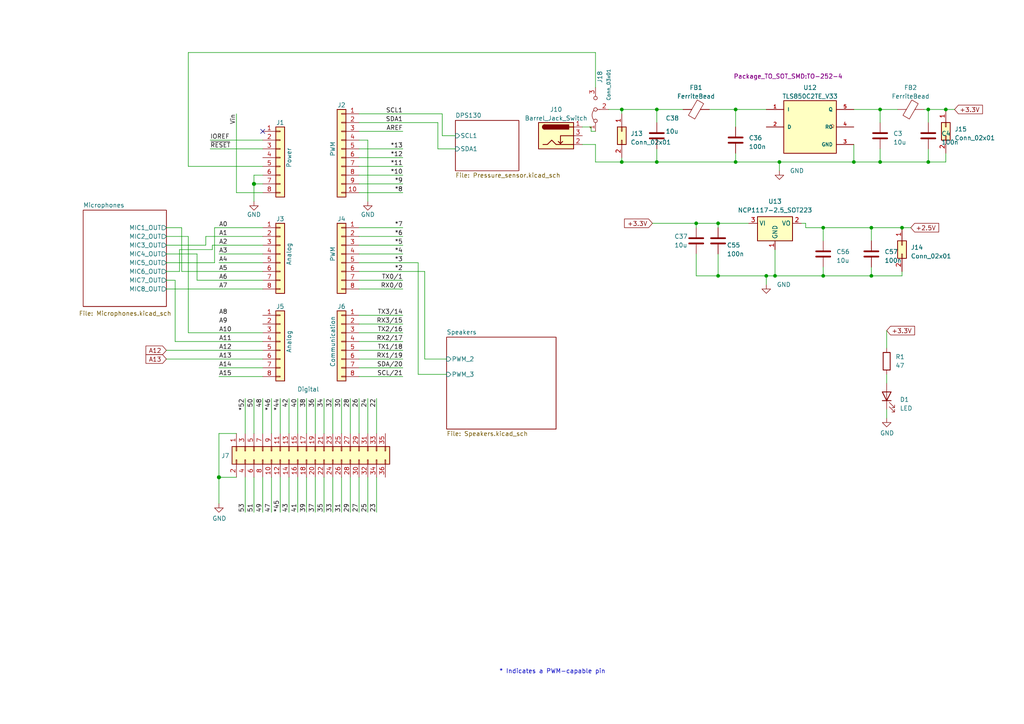
<source format=kicad_sch>
(kicad_sch (version 20230121) (generator eeschema)
  (paper "A4")
  (title_block (title "ArduinoGIGAR1_MicrophoneSpeakerBoard_SENSEDU_V1") (date "2024-08-05") (company "Infineon") (comment 1 "Author: Arshad Pattathil/Harald Gietler"))
  (lib_symbols
    (symbol "Connector:Barrel_Jack_Switch" (pin_names hide)
      (property "Reference" "J" (at 0 5.334 0))
      (property "Value" "Barrel_Jack_Switch" (at 0 -5.08 0))
      (symbol "Barrel_Jack_Switch_0_1"
        (rectangle (start -5.08 3.81) (end 5.08 -3.81) (stroke (width 0.254)) (fill (type background)))
        (arc (start -3.302 3.175) (mid -3.9343 2.54) (end -3.302 1.905) (stroke (width 0.254)))
        (arc (start -3.302 3.175) (mid -3.9343 2.54) (end -3.302 1.905) (stroke (width 0.254)) (fill (type outline)))
        (polyline (pts (xy 1.27 -2.286) (xy 1.905 -1.651)) (stroke (width 0.254)))
        (polyline (pts (xy 5.08 2.54) (xy 3.81 2.54)) (stroke (width 0.254)))
        (polyline (pts (xy 5.08 0) (xy 1.27 0) (xy 1.27 -2.286) (xy 0.635 -1.651)) (stroke (width 0.254)))
        (polyline (pts (xy -3.81 -2.54) (xy -2.54 -2.54) (xy -1.27 -1.27) (xy 0 -2.54) (xy 2.54 -2.54) (xy 5.08 -2.54)) (stroke (width 0.254)))
        (rectangle (start 3.683 3.175) (end -3.302 1.905) (stroke (width 0.254)) (fill (type outline)))
      )
      (symbol "Barrel_Jack_Switch_1_1"
        (pin passive line (at 7.62 2.54 180) (length 2.54) (name "~") (number "1"))
        (pin passive line (at 7.62 -2.54 180) (length 2.54) (name "~") (number "2"))
        (pin passive line (at 7.62 0 180) (length 2.54) (name "~") (number "3"))
      )
    )
    (symbol "Connector_Generic:Conn_01x08" (pin_names (offset 1.016) hide)
      (property "Reference" "J" (at 0 10.16 0))
      (property "Value" "Conn_01x08" (at 0 -12.7 0))
      (symbol "Conn_01x08_1_1"
        (rectangle (start -1.27 -10.033) (end 0 -10.287) (stroke (width 0.1524)))
        (rectangle (start -1.27 -7.493) (end 0 -7.747) (stroke (width 0.1524)))
        (rectangle (start -1.27 -4.953) (end 0 -5.207) (stroke (width 0.1524)))
        (rectangle (start -1.27 -2.413) (end 0 -2.667) (stroke (width 0.1524)))
        (rectangle (start -1.27 0.127) (end 0 -0.127) (stroke (width 0.1524)))
        (rectangle (start -1.27 2.667) (end 0 2.413) (stroke (width 0.1524)))
        (rectangle (start -1.27 5.207) (end 0 4.953) (stroke (width 0.1524)))
        (rectangle (start -1.27 7.747) (end 0 7.493) (stroke (width 0.1524)))
        (rectangle (start -1.27 8.89) (end 1.27 -11.43) (stroke (width 0.254)) (fill (type background)))
        (pin passive line (at -5.08 7.62 0) (length 3.81) (name "Pin_1") (number "1"))
        (pin passive line (at -5.08 5.08 0) (length 3.81) (name "Pin_2") (number "2"))
        (pin passive line (at -5.08 2.54 0) (length 3.81) (name "Pin_3") (number "3"))
        (pin passive line (at -5.08 0 0) (length 3.81) (name "Pin_4") (number "4"))
        (pin passive line (at -5.08 -2.54 0) (length 3.81) (name "Pin_5") (number "5"))
        (pin passive line (at -5.08 -5.08 0) (length 3.81) (name "Pin_6") (number "6"))
        (pin passive line (at -5.08 -7.62 0) (length 3.81) (name "Pin_7") (number "7"))
        (pin passive line (at -5.08 -10.16 0) (length 3.81) (name "Pin_8") (number "8"))
      )
    )
    (symbol "Connector_Generic:Conn_01x10" (pin_names (offset 1.016) hide)
      (property "Reference" "J" (at 0 12.7 0))
      (property "Value" "Conn_01x10" (at 0 -15.24 0))
      (symbol "Conn_01x10_1_1"
        (rectangle (start -1.27 -12.573) (end 0 -12.827) (stroke (width 0.1524)))
        (rectangle (start -1.27 -10.033) (end 0 -10.287) (stroke (width 0.1524)))
        (rectangle (start -1.27 -7.493) (end 0 -7.747) (stroke (width 0.1524)))
        (rectangle (start -1.27 -4.953) (end 0 -5.207) (stroke (width 0.1524)))
        (rectangle (start -1.27 -2.413) (end 0 -2.667) (stroke (width 0.1524)))
        (rectangle (start -1.27 0.127) (end 0 -0.127) (stroke (width 0.1524)))
        (rectangle (start -1.27 2.667) (end 0 2.413) (stroke (width 0.1524)))
        (rectangle (start -1.27 5.207) (end 0 4.953) (stroke (width 0.1524)))
        (rectangle (start -1.27 7.747) (end 0 7.493) (stroke (width 0.1524)))
        (rectangle (start -1.27 10.287) (end 0 10.033) (stroke (width 0.1524)))
        (rectangle (start -1.27 11.43) (end 1.27 -13.97) (stroke (width 0.254)) (fill (type background)))
        (pin passive line (at -5.08 10.16 0) (length 3.81) (name "Pin_1") (number "1"))
        (pin passive line (at -5.08 -12.7 0) (length 3.81) (name "Pin_10") (number "10"))
        (pin passive line (at -5.08 7.62 0) (length 3.81) (name "Pin_2") (number "2"))
        (pin passive line (at -5.08 5.08 0) (length 3.81) (name "Pin_3") (number "3"))
        (pin passive line (at -5.08 2.54 0) (length 3.81) (name "Pin_4") (number "4"))
        (pin passive line (at -5.08 0 0) (length 3.81) (name "Pin_5") (number "5"))
        (pin passive line (at -5.08 -2.54 0) (length 3.81) (name "Pin_6") (number "6"))
        (pin passive line (at -5.08 -5.08 0) (length 3.81) (name "Pin_7") (number "7"))
        (pin passive line (at -5.08 -7.62 0) (length 3.81) (name "Pin_8") (number "8"))
        (pin passive line (at -5.08 -10.16 0) (length 3.81) (name "Pin_9") (number "9"))
      )
    )
    (symbol "Connector_Generic:Conn_02x01" (pin_names (offset 1.016) hide)
      (property "Reference" "J" (at 1.27 2.54 0))
      (property "Value" "Conn_02x01" (at 1.27 -2.54 0))
      (symbol "Conn_02x01_1_1"
        (rectangle (start -1.27 0.127) (end 0 -0.127) (stroke (width 0.1524)))
        (rectangle (start -1.27 1.27) (end 3.81 -1.27) (stroke (width 0.254)) (fill (type background)))
        (rectangle (start 3.81 0.127) (end 2.54 -0.127) (stroke (width 0.1524)))
        (pin passive line (at -5.08 0 0) (length 3.81) (name "Pin_1") (number "1"))
        (pin passive line (at 7.62 0 180) (length 3.81) (name "Pin_2") (number "2"))
      )
    )
    (symbol "Connector_Generic:Conn_02x18_Odd_Even" (pin_names (offset 1.016) hide)
      (property "Reference" "J" (at 1.27 22.86 0))
      (property "Value" "Conn_02x18_Odd_Even" (at 1.27 -25.4 0))
      (symbol "Conn_02x18_Odd_Even_1_1"
        (rectangle (start -1.27 -22.733) (end 0 -22.987) (stroke (width 0.1524)))
        (rectangle (start -1.27 -20.193) (end 0 -20.447) (stroke (width 0.1524)))
        (rectangle (start -1.27 -17.653) (end 0 -17.907) (stroke (width 0.1524)))
        (rectangle (start -1.27 -15.113) (end 0 -15.367) (stroke (width 0.1524)))
        (rectangle (start -1.27 -12.573) (end 0 -12.827) (stroke (width 0.1524)))
        (rectangle (start -1.27 -10.033) (end 0 -10.287) (stroke (width 0.1524)))
        (rectangle (start -1.27 -7.493) (end 0 -7.747) (stroke (width 0.1524)))
        (rectangle (start -1.27 -4.953) (end 0 -5.207) (stroke (width 0.1524)))
        (rectangle (start -1.27 -2.413) (end 0 -2.667) (stroke (width 0.1524)))
        (rectangle (start -1.27 0.127) (end 0 -0.127) (stroke (width 0.1524)))
        (rectangle (start -1.27 2.667) (end 0 2.413) (stroke (width 0.1524)))
        (rectangle (start -1.27 5.207) (end 0 4.953) (stroke (width 0.1524)))
        (rectangle (start -1.27 7.747) (end 0 7.493) (stroke (width 0.1524)))
        (rectangle (start -1.27 10.287) (end 0 10.033) (stroke (width 0.1524)))
        (rectangle (start -1.27 12.827) (end 0 12.573) (stroke (width 0.1524)))
        (rectangle (start -1.27 15.367) (end 0 15.113) (stroke (width 0.1524)))
        (rectangle (start -1.27 17.907) (end 0 17.653) (stroke (width 0.1524)))
        (rectangle (start -1.27 20.447) (end 0 20.193) (stroke (width 0.1524)))
        (rectangle (start -1.27 21.59) (end 3.81 -24.13) (stroke (width 0.254)) (fill (type background)))
        (rectangle (start 3.81 -22.733) (end 2.54 -22.987) (stroke (width 0.1524)))
        (rectangle (start 3.81 -20.193) (end 2.54 -20.447) (stroke (width 0.1524)))
        (rectangle (start 3.81 -17.653) (end 2.54 -17.907) (stroke (width 0.1524)))
        (rectangle (start 3.81 -15.113) (end 2.54 -15.367) (stroke (width 0.1524)))
        (rectangle (start 3.81 -12.573) (end 2.54 -12.827) (stroke (width 0.1524)))
        (rectangle (start 3.81 -10.033) (end 2.54 -10.287) (stroke (width 0.1524)))
        (rectangle (start 3.81 -7.493) (end 2.54 -7.747) (stroke (width 0.1524)))
        (rectangle (start 3.81 -4.953) (end 2.54 -5.207) (stroke (width 0.1524)))
        (rectangle (start 3.81 -2.413) (end 2.54 -2.667) (stroke (width 0.1524)))
        (rectangle (start 3.81 0.127) (end 2.54 -0.127) (stroke (width 0.1524)))
        (rectangle (start 3.81 2.667) (end 2.54 2.413) (stroke (width 0.1524)))
        (rectangle (start 3.81 5.207) (end 2.54 4.953) (stroke (width 0.1524)))
        (rectangle (start 3.81 7.747) (end 2.54 7.493) (stroke (width 0.1524)))
        (rectangle (start 3.81 10.287) (end 2.54 10.033) (stroke (width 0.1524)))
        (rectangle (start 3.81 12.827) (end 2.54 12.573) (stroke (width 0.1524)))
        (rectangle (start 3.81 15.367) (end 2.54 15.113) (stroke (width 0.1524)))
        (rectangle (start 3.81 17.907) (end 2.54 17.653) (stroke (width 0.1524)))
        (rectangle (start 3.81 20.447) (end 2.54 20.193) (stroke (width 0.1524)))
        (pin passive line (at -5.08 20.32 0) (length 3.81) (name "Pin_1") (number "1"))
        (pin passive line (at 7.62 10.16 180) (length 3.81) (name "Pin_10") (number "10"))
        (pin passive line (at -5.08 7.62 0) (length 3.81) (name "Pin_11") (number "11"))
        (pin passive line (at 7.62 7.62 180) (length 3.81) (name "Pin_12") (number "12"))
        (pin passive line (at -5.08 5.08 0) (length 3.81) (name "Pin_13") (number "13"))
        (pin passive line (at 7.62 5.08 180) (length 3.81) (name "Pin_14") (number "14"))
        (pin passive line (at -5.08 2.54 0) (length 3.81) (name "Pin_15") (number "15"))
        (pin passive line (at 7.62 2.54 180) (length 3.81) (name "Pin_16") (number "16"))
        (pin passive line (at -5.08 0 0) (length 3.81) (name "Pin_17") (number "17"))
        (pin passive line (at 7.62 0 180) (length 3.81) (name "Pin_18") (number "18"))
        (pin passive line (at -5.08 -2.54 0) (length 3.81) (name "Pin_19") (number "19"))
        (pin passive line (at 7.62 20.32 180) (length 3.81) (name "Pin_2") (number "2"))
        (pin passive line (at 7.62 -2.54 180) (length 3.81) (name "Pin_20") (number "20"))
        (pin passive line (at -5.08 -5.08 0) (length 3.81) (name "Pin_21") (number "21"))
        (pin passive line (at 7.62 -5.08 180) (length 3.81) (name "Pin_22") (number "22"))
        (pin passive line (at -5.08 -7.62 0) (length 3.81) (name "Pin_23") (number "23"))
        (pin passive line (at 7.62 -7.62 180) (length 3.81) (name "Pin_24") (number "24"))
        (pin passive line (at -5.08 -10.16 0) (length 3.81) (name "Pin_25") (number "25"))
        (pin passive line (at 7.62 -10.16 180) (length 3.81) (name "Pin_26") (number "26"))
        (pin passive line (at -5.08 -12.7 0) (length 3.81) (name "Pin_27") (number "27"))
        (pin passive line (at 7.62 -12.7 180) (length 3.81) (name "Pin_28") (number "28"))
        (pin passive line (at -5.08 -15.24 0) (length 3.81) (name "Pin_29") (number "29"))
        (pin passive line (at -5.08 17.78 0) (length 3.81) (name "Pin_3") (number "3"))
        (pin passive line (at 7.62 -15.24 180) (length 3.81) (name "Pin_30") (number "30"))
        (pin passive line (at -5.08 -17.78 0) (length 3.81) (name "Pin_31") (number "31"))
        (pin passive line (at 7.62 -17.78 180) (length 3.81) (name "Pin_32") (number "32"))
        (pin passive line (at -5.08 -20.32 0) (length 3.81) (name "Pin_33") (number "33"))
        (pin passive line (at 7.62 -20.32 180) (length 3.81) (name "Pin_34") (number "34"))
        (pin passive line (at -5.08 -22.86 0) (length 3.81) (name "Pin_35") (number "35"))
        (pin passive line (at 7.62 -22.86 180) (length 3.81) (name "Pin_36") (number "36"))
        (pin passive line (at 7.62 17.78 180) (length 3.81) (name "Pin_4") (number "4"))
        (pin passive line (at -5.08 15.24 0) (length 3.81) (name "Pin_5") (number "5"))
        (pin passive line (at 7.62 15.24 180) (length 3.81) (name "Pin_6") (number "6"))
        (pin passive line (at -5.08 12.7 0) (length 3.81) (name "Pin_7") (number "7"))
        (pin passive line (at 7.62 12.7 180) (length 3.81) (name "Pin_8") (number "8"))
        (pin passive line (at -5.08 10.16 0) (length 3.81) (name "Pin_9") (number "9"))
      )
    )
    (symbol "Device:C" (pin_numbers hide) (pin_names (offset 0.254))
      (property "Reference" "C" (at 0.635 2.54 0))
      (property "Value" "C" (at 0.635 -2.54 0))
      (symbol "C_0_1"
        (polyline (pts (xy -2.032 -0.762) (xy 2.032 -0.762)) (stroke (width 0.508)))
        (polyline (pts (xy -2.032 0.762) (xy 2.032 0.762)) (stroke (width 0.508)))
      )
      (symbol "C_1_1"
        (pin passive line (at 0 3.81 270) (length 2.794) (name "~") (number "1"))
        (pin passive line (at 0 -3.81 90) (length 2.794) (name "~") (number "2"))
      )
    )
    (symbol "Device:FerriteBead" (pin_numbers hide) (pin_names (offset 0))
      (property "Reference" "FB" (at -3.81 0.635 90))
      (property "Value" "FerriteBead" (at 3.81 0 90))
      (symbol "FerriteBead_0_1"
        (polyline (pts (xy 0 -1.27) (xy 0 -1.2192)))
        (polyline (pts (xy 0 1.27) (xy 0 1.2954)))
        (polyline (pts (xy -2.7686 0.4064) (xy -1.7018 2.2606) (xy 2.7686 -0.3048) (xy 1.6764 -2.159) (xy -2.7686 0.4064)))
      )
      (symbol "FerriteBead_1_1"
        (pin passive line (at 0 3.81 270) (length 2.54) (name "~") (number "1"))
        (pin passive line (at 0 -3.81 90) (length 2.54) (name "~") (number "2"))
      )
    )
    (symbol "Device:LED" (pin_numbers hide) (pin_names (offset 1.016) hide)
      (property "Reference" "D" (at 0 2.54 0))
      (property "Value" "LED" (at 0 -2.54 0))
      (symbol "LED_0_1"
        (polyline (pts (xy -1.27 -1.27) (xy -1.27 1.27)) (stroke (width 0.254)))
        (polyline (pts (xy -1.27 0) (xy 1.27 0)))
        (polyline (pts (xy 1.27 -1.27) (xy 1.27 1.27) (xy -1.27 0) (xy 1.27 -1.27)) (stroke (width 0.254)))
        (polyline (pts (xy -3.048 -0.762) (xy -4.572 -2.286) (xy -3.81 -2.286) (xy -4.572 -2.286) (xy -4.572 -1.524)))
        (polyline (pts (xy -1.778 -0.762) (xy -3.302 -2.286) (xy -2.54 -2.286) (xy -3.302 -2.286) (xy -3.302 -1.524)))
      )
      (symbol "LED_1_1"
        (pin passive line (at -3.81 0 0) (length 2.54) (name "K") (number "1"))
        (pin passive line (at 3.81 0 180) (length 2.54) (name "A") (number "2"))
      )
    )
    (symbol "Device:R" (pin_numbers hide) (pin_names (offset 0))
      (property "Reference" "R" (at 2.032 0 90))
      (property "Value" "R" (at 0 0 90))
      (symbol "R_0_1"
        (rectangle (start -1.016 -2.54) (end 1.016 2.54) (stroke (width 0.254)))
      )
      (symbol "R_1_1"
        (pin passive line (at 0 3.81 270) (length 1.27) (name "~") (number "1"))
        (pin passive line (at 0 -3.81 90) (length 1.27) (name "~") (number "2"))
      )
    )
    (symbol "Jumper:Jumper_3_Bridged12" (pin_names (offset 0) hide)
      (property "Reference" "JP" (at -2.54 -2.54 0))
      (property "Value" "Jumper_3_Bridged12" (at 0 2.794 0))
      (symbol "Jumper_3_Bridged12_0_0"
        (circle (center -3.302 0) (radius 0.508))
        (circle (center 0 0) (radius 0.508))
        (circle (center 3.302 0) (radius 0.508))
      )
      (symbol "Jumper_3_Bridged12_0_1"
        (arc (start -0.254 0.508) (mid -1.651 0.9912) (end -3.048 0.508))
        (polyline (pts (xy 0 -1.27) (xy 0 -0.508)))
      )
      (symbol "Jumper_3_Bridged12_1_1"
        (pin passive line (at -6.35 0 0) (length 2.54) (name "A") (number "1"))
        (pin passive line (at 0 -3.81 90) (length 2.54) (name "C") (number "2"))
        (pin passive line (at 6.35 0 180) (length 2.54) (name "B") (number "3"))
      )
    )
    (symbol "Regulator_Linear:NCP1117-2.5_SOT223"
      (property "Reference" "U" (at -3.81 3.175 0))
      (property "Value" "NCP1117-2.5_SOT223" (at 0 3.175 0))
      (symbol "NCP1117-2.5_SOT223_0_1"
        (rectangle (start -5.08 -5.08) (end 5.08 1.905) (stroke (width 0.254)) (fill (type background)))
      )
      (symbol "NCP1117-2.5_SOT223_1_1"
        (pin power_in line (at 0 -7.62 90) (length 2.54) (name "GND") (number "1"))
        (pin power_out line (at 7.62 0 180) (length 2.54) (name "VO") (number "2"))
        (pin power_in line (at -7.62 0 0) (length 2.54) (name "VI") (number "3"))
      )
    )
    (symbol "TLS850C2TE_V50:TLS850C2TE_V50" (pin_names (offset 1.016))
      (property "Reference" "U?" (at 0 0 0))
      (property "Value" "TLS850C2TE_V50" (at -0.2 -18.82 0))
      (symbol "TLS850C2TE_V50_0_0"
        (rectangle (start 0 -15.24) (end 15.24 0) (stroke (width 0.254)) (fill (type background)))
        (polyline (pts (xy 13.6 -7.8) (xy 14.6 -7.8)) (stroke (width 0.1)))
        (polyline (pts (xy 13.6 -7.3) (xy 14.1 -7.8)) (stroke (width 0.1)))
        (polyline (pts (xy 14.1 -7.8) (xy 14.6 -7.3)) (stroke (width 0.1)))
        (polyline (pts (xy 14.1 -6.8) (xy 13.6 -7.3)) (stroke (width 0.1)))
        (polyline (pts (xy 14.6 -7.3) (xy 14.1 -6.8)) (stroke (width 0.1)))
        (pin input line (at -5.08 -2.54 0) (length 5.08) (name "I") (number "1"))
        (pin input line (at -5.08 -7.62 0) (length 5.08) (name "D") (number "2"))
        (pin power_in line (at 20.32 -12.7 180) (length 5.08) (name "GND") (number "3"))
        (pin open_collector line (at 20.32 -7.62 180) (length 5.08) (name "RO") (number "4"))
        (pin output line (at 20.32 -2.54 180) (length 5.08) (name "Q") (number "5"))
      )
    )
    (symbol "power:GND" (power) (pin_names (offset 0))
      (property "Value" "GND" (at 0 -3.81 0))
      (symbol "GND_0_1"
        (polyline (pts (xy 0 0) (xy 0 -1.27) (xy 1.27 -1.27) (xy 0 -2.54) (xy -1.27 -1.27) (xy 0 -1.27)))
      )
      (symbol "GND_1_1"
        (pin power_in line (at 0 0 270) (length 0) hide (name "GND") (number "1"))
      )
    )
  )
  (junction (at 269.24 46.99))
  (junction (at 63.5 138.43) (diameter 1.016))
  (junction (at 269.24 31.75))
  (junction (at 180.34 46.99))
  (junction (at 255.27 46.99))
  (junction (at 238.76 80.01))
  (junction (at 274.32 31.75))
  (junction (at 252.73 80.01))
  (junction (at 73.66 53.34) (diameter 1.016))
  (junction (at 190.5 46.99))
  (junction (at 226.06 46.99))
  (junction (at 180.34 31.75))
  (junction (at 213.36 31.75))
  (junction (at 208.28 64.77))
  (junction (at 208.28 80.01))
  (junction (at 247.65 46.99))
  (junction (at 255.27 31.75))
  (junction (at 222.25 80.01))
  (junction (at 213.36 46.99))
  (junction (at 190.5 31.75))
  (junction (at 261.62 66.04))
  (junction (at 201.93 64.77))
  (junction (at 252.73 66.04))
  (junction (at 238.76 66.04))
  (junction (at 224.79 80.01))
  (no_connect (at 76.2 38.1))
  (wire (pts (xy 104.14 83.82) (xy 116.84 83.82)))
  (wire (pts (xy 255.27 46.99) (xy 269.24 46.99)))
  (wire (pts (xy 180.34 45.72) (xy 180.34 46.99)))
  (wire (pts (xy 189.23 64.77) (xy 201.93 64.77)))
  (wire (pts (xy 104.14 50.8) (xy 116.84 50.8)))
  (wire (pts (xy 121.285 108.585) (xy 121.285 76.2)))
  (wire (pts (xy 213.36 46.99) (xy 226.06 46.99)))
  (wire (pts (xy 172.72 15.24) (xy 172.72 25.4)))
  (wire (pts (xy 104.14 55.88) (xy 116.84 55.88)))
  (wire (pts (xy 86.36 115.57) (xy 86.36 125.73)))
  (wire (pts (xy 252.73 66.04) (xy 261.62 66.04)))
  (wire (pts (xy 104.14 33.02) (xy 128.27 33.02)))
  (wire (pts (xy 88.9 115.57) (xy 88.9 125.73)))
  (wire (pts (xy 132.08 43.18) (xy 127 43.18)))
  (wire (pts (xy 50.8 81.28) (xy 50.8 99.06)))
  (wire (pts (xy 205.74 31.75) (xy 213.36 31.75)))
  (wire (pts (xy 68.58 125.73) (xy 63.5 125.73)))
  (wire (pts (xy 208.28 64.77) (xy 217.17 64.77)))
  (wire (pts (xy 190.5 31.75) (xy 198.12 31.75)))
  (wire (pts (xy 104.14 96.52) (xy 116.84 96.52)))
  (wire (pts (xy 73.66 50.8) (xy 73.66 53.34)))
  (wire (pts (xy 59.69 68.58) (xy 76.2 68.58)))
  (wire (pts (xy 91.44 138.43) (xy 91.44 148.59)))
  (wire (pts (xy 128.27 39.37) (xy 128.27 33.02)))
  (wire (pts (xy 96.52 115.57) (xy 96.52 125.73)))
  (wire (pts (xy 48.26 73.66) (xy 57.15 73.66)))
  (wire (pts (xy 104.14 106.68) (xy 116.84 106.68)))
  (wire (pts (xy 73.66 115.57) (xy 73.66 125.73)))
  (wire (pts (xy 109.22 115.57) (xy 109.22 125.73)))
  (wire (pts (xy 190.5 31.75) (xy 190.5 35.56)))
  (wire (pts (xy 129.54 108.585) (xy 121.285 108.585)))
  (wire (pts (xy 73.66 53.34) (xy 73.66 58.42)))
  (wire (pts (xy 247.65 41.91) (xy 247.65 46.99)))
  (wire (pts (xy 104.14 138.43) (xy 104.14 148.59)))
  (wire (pts (xy 176.53 31.75) (xy 180.34 31.75)))
  (wire (pts (xy 52.705 78.74) (xy 76.2 78.74)))
  (wire (pts (xy 83.82 115.57) (xy 83.82 125.73)))
  (wire (pts (xy 252.73 77.47) (xy 252.73 80.01)))
  (wire (pts (xy 233.68 66.04) (xy 238.76 66.04)))
  (wire (pts (xy 93.98 138.43) (xy 93.98 148.59)))
  (wire (pts (xy 54.61 68.58) (xy 54.61 96.52)))
  (wire (pts (xy 63.5 109.22) (xy 76.2 109.22)))
  (wire (pts (xy 224.79 80.01) (xy 238.76 80.01)))
  (wire (pts (xy 78.74 138.43) (xy 78.74 148.59)))
  (wire (pts (xy 101.6 138.43) (xy 101.6 148.59)))
  (wire (pts (xy 48.26 71.12) (xy 59.69 71.12)))
  (wire (pts (xy 190.5 43.18) (xy 190.5 46.99)))
  (wire (pts (xy 208.28 80.01) (xy 222.25 80.01)))
  (wire (pts (xy 59.69 71.12) (xy 59.69 68.58)))
  (wire (pts (xy 61.595 71.12) (xy 76.2 71.12)))
  (wire (pts (xy 104.14 43.18) (xy 116.84 43.18)))
  (wire (pts (xy 213.36 46.99) (xy 213.36 44.45)))
  (wire (pts (xy 104.14 66.04) (xy 116.84 66.04)))
  (wire (pts (xy 168.91 36.83) (xy 171.45 36.83)))
  (wire (pts (xy 104.14 45.72) (xy 116.84 45.72)))
  (wire (pts (xy 127 43.18) (xy 127 35.56)))
  (wire (pts (xy 261.62 78.74) (xy 261.62 80.01)))
  (wire (pts (xy 247.65 46.99) (xy 255.27 46.99)))
  (wire (pts (xy 104.14 68.58) (xy 116.84 68.58)))
  (wire (pts (xy 104.14 104.14) (xy 116.84 104.14)))
  (wire (pts (xy 255.27 43.18) (xy 255.27 46.99)))
  (wire (pts (xy 104.14 76.2) (xy 121.285 76.2)))
  (wire (pts (xy 269.24 43.18) (xy 269.24 46.99)))
  (wire (pts (xy 269.24 46.99) (xy 274.32 46.99)))
  (wire (pts (xy 93.98 115.57) (xy 93.98 125.73)))
  (wire (pts (xy 63.5 125.73) (xy 63.5 138.43)))
  (wire (pts (xy 63.5 76.2) (xy 76.2 76.2)))
  (wire (pts (xy 62.23 76.2) (xy 62.23 66.04)))
  (wire (pts (xy 78.74 115.57) (xy 78.74 125.73)))
  (wire (pts (xy 68.58 138.43) (xy 63.5 138.43)))
  (wire (pts (xy 257.175 118.745) (xy 257.175 121.285)))
  (wire (pts (xy 261.62 66.04) (xy 264.16 66.04)))
  (wire (pts (xy 171.45 36.83) (xy 171.45 38.1)))
  (wire (pts (xy 101.6 115.57) (xy 101.6 125.73)))
  (wire (pts (xy 255.27 31.75) (xy 260.35 31.75)))
  (wire (pts (xy 123.19 78.74) (xy 104.14 78.74)))
  (wire (pts (xy 99.06 115.57) (xy 99.06 125.73)))
  (wire (pts (xy 257.175 108.585) (xy 257.175 111.125)))
  (wire (pts (xy 81.28 138.43) (xy 81.28 148.59)))
  (wire (pts (xy 99.06 138.43) (xy 99.06 148.59)))
  (wire (pts (xy 76.2 138.43) (xy 76.2 148.59)))
  (wire (pts (xy 106.68 115.57) (xy 106.68 125.73)))
  (wire (pts (xy 213.36 31.75) (xy 222.25 31.75)))
  (wire (pts (xy 201.93 73.66) (xy 201.93 80.01)))
  (wire (pts (xy 86.36 138.43) (xy 86.36 148.59)))
  (wire (pts (xy 257.175 95.885) (xy 257.175 100.965)))
  (wire (pts (xy 104.14 71.12) (xy 116.84 71.12)))
  (wire (pts (xy 81.28 115.57) (xy 81.28 125.73)))
  (wire (pts (xy 224.79 72.39) (xy 224.79 80.01)))
  (wire (pts (xy 60.96 40.64) (xy 76.2 40.64)))
  (wire (pts (xy 48.26 76.2) (xy 62.23 76.2)))
  (wire (pts (xy 57.15 81.28) (xy 76.2 81.28)))
  (wire (pts (xy 208.28 73.66) (xy 208.28 80.01)))
  (wire (pts (xy 48.26 78.74) (xy 52.07 78.74)))
  (wire (pts (xy 180.34 31.75) (xy 190.5 31.75)))
  (wire (pts (xy 208.28 64.77) (xy 208.28 66.04)))
  (wire (pts (xy 104.14 93.98) (xy 116.84 93.98)))
  (wire (pts (xy 63.5 73.66) (xy 76.2 73.66)))
  (wire (pts (xy 106.68 40.64) (xy 106.68 58.42)))
  (wire (pts (xy 222.25 80.01) (xy 222.25 82.55)))
  (wire (pts (xy 104.14 38.1) (xy 116.84 38.1)))
  (wire (pts (xy 104.14 101.6) (xy 116.84 101.6)))
  (wire (pts (xy 180.34 46.99) (xy 190.5 46.99)))
  (wire (pts (xy 233.68 64.77) (xy 233.68 66.04)))
  (wire (pts (xy 63.5 106.68) (xy 76.2 106.68)))
  (wire (pts (xy 60.96 43.18) (xy 76.2 43.18)))
  (wire (pts (xy 201.93 64.77) (xy 201.93 66.04)))
  (wire (pts (xy 247.65 31.75) (xy 255.27 31.75)))
  (wire (pts (xy 104.14 91.44) (xy 116.84 91.44)))
  (wire (pts (xy 52.07 72.39) (xy 61.595 72.39)))
  (wire (pts (xy 52.705 66.04) (xy 52.705 78.74)))
  (wire (pts (xy 76.2 53.34) (xy 73.66 53.34)))
  (wire (pts (xy 238.76 80.01) (xy 252.73 80.01)))
  (wire (pts (xy 123.19 104.14) (xy 123.19 78.74)))
  (wire (pts (xy 232.41 64.77) (xy 233.68 64.77)))
  (wire (pts (xy 274.32 44.45) (xy 274.32 46.99)))
  (wire (pts (xy 48.26 101.6) (xy 76.2 101.6)))
  (wire (pts (xy 267.97 31.75) (xy 269.24 31.75)))
  (wire (pts (xy 48.26 81.28) (xy 50.8 81.28)))
  (wire (pts (xy 76.2 55.88) (xy 68.58 55.88)))
  (wire (pts (xy 71.12 115.57) (xy 71.12 125.73)))
  (wire (pts (xy 50.8 99.06) (xy 76.2 99.06)))
  (wire (pts (xy 61.595 72.39) (xy 61.595 71.12)))
  (wire (pts (xy 73.66 138.43) (xy 73.66 148.59)))
  (wire (pts (xy 269.24 31.75) (xy 274.32 31.75)))
  (wire (pts (xy 252.73 80.01) (xy 261.62 80.01)))
  (wire (pts (xy 48.26 68.58) (xy 54.61 68.58)))
  (wire (pts (xy 96.52 138.43) (xy 96.52 148.59)))
  (wire (pts (xy 252.73 66.04) (xy 252.73 69.85)))
  (wire (pts (xy 62.23 66.04) (xy 76.2 66.04)))
  (wire (pts (xy 71.12 138.43) (xy 71.12 148.59)))
  (wire (pts (xy 104.14 99.06) (xy 116.84 99.06)))
  (wire (pts (xy 104.14 40.64) (xy 106.68 40.64)))
  (wire (pts (xy 88.9 138.43) (xy 88.9 148.59)))
  (wire (pts (xy 104.14 53.34) (xy 116.84 53.34)))
  (wire (pts (xy 172.72 41.91) (xy 172.72 46.99)))
  (wire (pts (xy 76.2 50.8) (xy 73.66 50.8)))
  (wire (pts (xy 54.61 48.26) (xy 76.2 48.26)))
  (wire (pts (xy 48.26 104.14) (xy 76.2 104.14)))
  (wire (pts (xy 132.08 39.37) (xy 128.27 39.37)))
  (wire (pts (xy 54.61 96.52) (xy 76.2 96.52)))
  (wire (pts (xy 104.14 115.57) (xy 104.14 125.73)))
  (wire (pts (xy 104.14 73.66) (xy 116.84 73.66)))
  (wire (pts (xy 91.44 115.57) (xy 91.44 125.73)))
  (wire (pts (xy 168.91 41.91) (xy 172.72 41.91)))
  (wire (pts (xy 213.36 31.75) (xy 213.36 36.83)))
  (wire (pts (xy 226.06 46.99) (xy 226.06 49.53)))
  (wire (pts (xy 48.26 66.04) (xy 52.705 66.04)))
  (wire (pts (xy 238.76 77.47) (xy 238.76 80.01)))
  (wire (pts (xy 54.61 15.24) (xy 54.61 48.26)))
  (wire (pts (xy 226.06 46.99) (xy 247.65 46.99)))
  (wire (pts (xy 57.15 73.66) (xy 57.15 81.28)))
  (wire (pts (xy 76.2 115.57) (xy 76.2 125.73)))
  (wire (pts (xy 104.14 48.26) (xy 116.84 48.26)))
  (wire (pts (xy 222.25 80.01) (xy 224.79 80.01)))
  (wire (pts (xy 54.61 15.24) (xy 172.72 15.24)))
  (wire (pts (xy 48.26 83.82) (xy 76.2 83.82)))
  (wire (pts (xy 109.22 138.43) (xy 109.22 148.59)))
  (wire (pts (xy 104.14 35.56) (xy 127 35.56)))
  (wire (pts (xy 106.68 138.43) (xy 106.68 148.59)))
  (wire (pts (xy 123.19 104.14) (xy 129.54 104.14)))
  (wire (pts (xy 269.24 31.75) (xy 269.24 35.56)))
  (wire (pts (xy 104.14 109.22) (xy 116.84 109.22)))
  (wire (pts (xy 238.76 66.04) (xy 238.76 69.85)))
  (wire (pts (xy 190.5 46.99) (xy 213.36 46.99)))
  (wire (pts (xy 255.27 31.75) (xy 255.27 35.56)))
  (wire (pts (xy 201.93 64.77) (xy 208.28 64.77)))
  (wire (pts (xy 172.72 46.99) (xy 180.34 46.99)))
  (wire (pts (xy 52.07 78.74) (xy 52.07 72.39)))
  (wire (pts (xy 201.93 80.01) (xy 208.28 80.01)))
  (wire (pts (xy 83.82 138.43) (xy 83.82 148.59)))
  (wire (pts (xy 104.14 81.28) (xy 116.84 81.28)))
  (wire (pts (xy 68.58 55.88) (xy 68.58 33.02)))
  (wire (pts (xy 63.5 138.43) (xy 63.5 146.05)))
  (wire (pts (xy 274.32 31.75) (xy 276.86 31.75)))
  (wire (pts (xy 180.34 31.75) (xy 180.34 33.02)))
  (wire (pts (xy 171.45 38.1) (xy 172.72 38.1)))
  (wire (pts (xy 238.76 66.04) (xy 252.73 66.04)))
  (text "* Indicates a PWM-capable pin" (at 144.78 195.58 0) (effects (font (size 1.27 1.27)) (justify left bottom)))
  (label "A10" (at 63.5 96.52 0))
  (label "RX0{slash}0" (at 116.84 83.82 180))
  (label "A15" (at 63.5 109.22 0))
  (label "A2" (at 63.5 71.12 0))
  (label "RX2{slash}17" (at 116.84 99.06 180))
  (label "*4" (at 116.84 73.66 180))
  (label "SDA{slash}20" (at 116.84 106.68 180))
  (label "26" (at 104.14 115.57 270))
  (label "31" (at 99.06 148.59 90))
  (label "22" (at 109.22 115.57 270))
  (label "33" (at 96.52 148.59 90))
  (label "36" (at 91.44 115.57 270))
  (label "*2" (at 116.84 78.74 180))
  (label "TX1{slash}18" (at 116.84 101.6 180))
  (label "*44" (at 81.28 115.57 270))
  (label "A3" (at 63.5 73.66 0))
  (label "*13" (at 116.84 43.18 180))
  (label "A12" (at 63.5 101.6 0))
  (label "*52" (at 71.12 115.57 270))
  (label "*12" (at 116.84 45.72 180))
  (label "40" (at 86.36 115.57 270))
  (label "~{RESET}" (at 60.96 43.18 0))
  (label "35" (at 93.98 148.59 90))
  (label "*10" (at 116.84 50.8 180))
  (label "28" (at 101.6 115.57 270))
  (label "23" (at 109.22 148.59 90))
  (label "29" (at 101.6 148.59 90))
  (label "A13" (at 63.5 104.14 0))
  (label "41" (at 86.36 148.59 90))
  (label "30" (at 99.06 115.57 270))
  (label "47" (at 78.74 148.59 90))
  (label "34" (at 93.98 115.57 270))
  (label "*45" (at 81.28 148.59 90))
  (label "38" (at 88.9 115.57 270))
  (label "51" (at 73.66 148.59 90))
  (label "*7" (at 116.84 66.04 180))
  (label "SDA1" (at 116.84 35.56 180))
  (label "*8" (at 116.84 55.88 180))
  (label "A9" (at 63.5 93.98 0))
  (label "*11" (at 116.84 48.26 180))
  (label "*3" (at 116.84 76.2 180))
  (label "A6" (at 63.5 81.28 0))
  (label "42" (at 83.82 115.57 270))
  (label "A1" (at 63.5 68.58 0))
  (label "53" (at 71.12 148.59 90))
  (label "TX0{slash}1" (at 116.84 81.28 180))
  (label "24" (at 106.68 115.57 270))
  (label "RX1{slash}19" (at 116.84 104.14 180))
  (label "A0" (at 63.5 66.04 0))
  (label "AREF" (at 116.84 38.1 180))
  (label "A14" (at 63.5 106.68 0))
  (label "39" (at 88.9 148.59 90))
  (label "A8" (at 63.5 91.44 0))
  (label "Vin" (at 68.58 33.02 270))
  (label "27" (at 104.14 148.59 90))
  (label "37" (at 91.44 148.59 90))
  (label "25" (at 106.68 148.59 90))
  (label "*6" (at 116.84 68.58 180))
  (label "*46" (at 78.74 115.57 270))
  (label "SCL1" (at 116.84 33.02 180))
  (label "*9" (at 116.84 53.34 180))
  (label "50" (at 73.66 115.57 270))
  (label "TX2{slash}16" (at 116.84 96.52 180))
  (label "*5" (at 116.84 71.12 180))
  (label "IOREF" (at 60.96 40.64 0))
  (label "A7" (at 63.5 83.82 0))
  (label "A11" (at 63.5 99.06 0))
  (label "A4" (at 63.5 76.2 0))
  (label "49" (at 76.2 148.59 90))
  (label "A5" (at 63.5 78.74 0))
  (label "RX3{slash}15" (at 116.84 93.98 180))
  (label "TX3{slash}14" (at 116.84 91.44 180))
  (label "32" (at 96.52 115.57 270))
  (label "43" (at 83.82 148.59 90))
  (label "SCL{slash}21" (at 116.84 109.22 180))
  (label "48" (at 76.2 115.57 270))
  (global_label "A13" (shape input) (at 48.26 104.14 180) (property "Intersheetrefs" "${INTERSHEET_REFS}" (effects hide)))
  (global_label "+2.5V" (shape input) (at 264.16 66.04 0) (property "Intersheetrefs" "${INTERSHEET_REFS}" (effects hide)))
  (global_label "+3.3V" (shape input) (at 276.86 31.75 0) (property "Intersheetrefs" "${INTERSHEET_REFS}" (effects hide)))
  (global_label "+3.3V" (shape input) (at 189.23 64.77 180) (property "Intersheetrefs" "${INTERSHEET_REFS}" (effects hide)))
  (global_label "+3.3V" (shape input) (at 257.175 95.885 0) (property "Intersheetrefs" "${INTERSHEET_REFS}" (effects hide)))
  (global_label "A12" (shape input) (at 48.26 101.6 180) (property "Intersheetrefs" "${INTERSHEET_REFS}" (effects hide)))
  (symbol (lib_id "Connector_Generic:Conn_01x08") (at 81.28 45.72 0) (unit 1)
    (property "Reference" "J1" (at 81.28 35.56 0))
    (property "Value" "Power" (at 83.82 45.72 90))
    (property "Footprint" "Connector_PinSocket_2.54mm:PinSocket_1x08_P2.54mm_Vertical" (effects hide))
  )
  (symbol (lib_id "power:GND") (at 73.66 58.42 0) (unit 1)
    (property "Reference" "#PWR02" (effects hide))
    (property "Value" "GND" (at 73.66 62.23 0))
  )
  (symbol (lib_id "Connector_Generic:Conn_01x10") (at 99.06 43.18 0) (mirror y) (unit 1)
    (property "Reference" "J2" (at 99.06 30.48 0))
    (property "Value" "PWM" (at 96.52 43.18 90))
    (property "Footprint" "Connector_PinSocket_2.54mm:PinSocket_1x10_P2.54mm_Vertical" (effects hide))
  )
  (symbol (lib_id "power:GND") (at 106.68 58.42 0) (unit 1)
    (property "Reference" "#PWR03" (effects hide))
    (property "Value" "GND" (at 106.68 62.23 0))
  )
  (symbol (lib_id "Connector_Generic:Conn_01x08") (at 81.28 73.66 0) (unit 1)
    (property "Reference" "J3" (at 81.28 63.5 0))
    (property "Value" "Analog" (at 83.82 73.66 90))
    (property "Footprint" "Connector_PinSocket_2.54mm:PinSocket_1x08_P2.54mm_Vertical" (effects hide))
  )
  (symbol (lib_id "Connector_Generic:Conn_01x08") (at 99.06 73.66 0) (mirror y) (unit 1)
    (property "Reference" "J4" (at 99.06 63.5 0))
    (property "Value" "PWM" (at 96.52 73.66 90))
    (property "Footprint" "Connector_PinSocket_2.54mm:PinSocket_1x08_P2.54mm_Vertical" (effects hide))
  )
  (symbol (lib_id "Connector_Generic:Conn_01x08") (at 81.28 99.06 0) (unit 1)
    (property "Reference" "J5" (at 81.28 88.9 0))
    (property "Value" "Analog" (at 83.82 99.06 90))
    (property "Footprint" "Connector_PinSocket_2.54mm:PinSocket_1x08_P2.54mm_Vertical" (effects hide))
  )
  (symbol (lib_id "Connector_Generic:Conn_01x08") (at 99.06 99.06 0) (mirror y) (unit 1)
    (property "Reference" "J6" (at 99.06 88.9 0))
    (property "Value" "Communication" (at 96.52 99.06 90))
    (property "Footprint" "Connector_PinSocket_2.54mm:PinSocket_1x08_P2.54mm_Vertical" (effects hide))
  )
  (symbol (lib_id "Connector_Generic:Conn_02x18_Odd_Even") (at 88.9 130.81 90) (mirror x) (unit 1)
    (property "Reference" "J7" (at 66.5479 132.2006 90) (effects (justify left)))
    (property "Value" "Digital" (at 89.408 112.903 90))
  )
  (symbol (lib_id "power:GND") (at 63.5 146.05 0) (unit 1)
    (property "Reference" "#PWR01" (effects hide))
    (property "Value" "GND" (at 63.6143 150.3744 0))
  )
  (symbol (lib_id "Device:FerriteBead") (at 264.16 31.75 90) (unit 1)
    (property "Reference" "FB2" (at 264.1092 25.4 90))
    (property "Value" "FerriteBead" (at 264.1092 27.94 90))
    (property "Footprint" "Inductor_SMD:L_1206_3216Metric12" (effects hide))
  )
  (symbol (lib_id "Connector_Generic:Conn_02x01") (at 261.62 71.12 270) (unit 1)
    (property "Reference" "J14" (at 264.16 71.755 90) (effects (justify left)))
    (property "Value" "Conn_02x01" (at 264.16 74.295 90) (effects (justify left)))
    (property "Footprint" "Connector_PinSocket_2.54mm:PinSocket_1x02_P2.54mm_Vertical" (effects hide))
  )
  (symbol (lib_id "Device:C") (at 238.76 73.66 0) (unit 1)
    (property "Reference" "C56" (at 242.57 73.025 0) (effects (justify left)))
    (property "Value" "10u" (at 242.57 75.565 0) (effects (justify left)))
    (property "Footprint" "Capacitor_SMD:C_0805_2012Metric" (effects hide))
  )
  (symbol (lib_id "Device:R") (at 257.175 104.775 0) (unit 1)
    (property "Reference" "R1" (at 259.715 103.505 0) (effects (justify left)))
    (property "Value" "47" (at 259.715 106.045 0) (effects (justify left)))
    (property "Footprint" "Resistor_SMD:R_0805_2012Metric" (effects hide))
  )
  (symbol (lib_id "Device:LED") (at 257.175 114.935 90) (unit 1)
    (property "Reference" "D1" (at 260.985 115.8875 90) (effects (justify right)))
    (property "Value" "LED" (at 260.985 118.4275 90) (effects (justify right)))
    (property "Footprint" "LED_SMD:LED_0805_2012Metric" (effects hide))
  )
  (symbol (lib_id "power:GND") (at 226.06 49.53 0) (unit 1)
    (property "Reference" "#PWR08" (effects hide))
    (property "Value" "GND" (at 231.14 49.53 0))
  )
  (symbol (lib_id "Device:C") (at 190.5 39.37 0) (unit 1)
    (property "Reference" "C38" (at 193.04 34.29 0) (effects (justify left)))
    (property "Value" "10u" (at 193.04 38.1 0) (effects (justify left)))
    (property "Footprint" "Capacitor_SMD:C_0805_2012Metric" (effects hide))
  )
  (symbol (lib_id "Regulator_Linear:NCP1117-2.5_SOT223") (at 224.79 64.77 0) (unit 1)
    (property "Reference" "U13" (at 224.79 58.42 0))
    (property "Value" "NCP1117-2.5_SOT223" (at 224.79 60.96 0))
    (property "Footprint" "Package_TO_SOT_SMD:SOT-223-3_TabPin2" (effects hide))
    (property "Datasheet" "http://www.onsemi.com/pub_link/Collateral/NCP1117-D.PDF" (effects hide))
  )
  (symbol (lib_id "power:GND") (at 222.25 82.55 0) (unit 1)
    (property "Reference" "#PWR07" (effects hide))
    (property "Value" "GND" (at 227.33 82.55 0))
  )
  (symbol (lib_id "Device:FerriteBead") (at 201.93 31.75 90) (unit 1)
    (property "Reference" "FB1" (at 201.8792 25.4 90))
    (property "Value" "FerriteBead" (at 201.8792 27.94 90))
    (property "Footprint" "Inductor_SMD:L_1206_3216Metric12" (effects hide))
  )
  (symbol (lib_id "Connector_Generic:Conn_02x01") (at 274.32 36.83 270) (unit 1)
    (property "Reference" "J15" (at 276.86 37.465 90) (effects (justify left)))
    (property "Value" "Conn_02x01" (at 276.86 40.005 90) (effects (justify left)))
    (property "Footprint" "Connector_PinSocket_2.54mm:PinSocket_1x02_P2.54mm_Vertical" (effects hide))
  )
  (symbol (lib_id "Device:C") (at 255.27 39.37 0) (unit 1)
    (property "Reference" "C3" (at 259.08 38.735 0) (effects (justify left)))
    (property "Value" "10u" (at 259.08 41.275 0) (effects (justify left)))
    (property "Footprint" "Capacitor_SMD:C_0805_2012Metric" (effects hide))
  )
  (symbol (lib_id "TLS850C2TE_V50:TLS850C2TE_V50") (at 227.33 29.21 0) (unit 1)
    (property "Reference" "U12" (at 234.95 25.4 0))
    (property "Value" "TLS850C2TE_V33" (at 234.95 27.94 0))
    (property "Footprint" "Package_TO_SOT_SMD:TO-252-4" (at 228.6 22.86 0) (effects (justify bottom)))
  )
  (symbol (lib_id "Connector:Barrel_Jack_Switch") (at 161.29 39.37 0) (unit 1)
    (property "Reference" "J10" (at 161.29 31.75 0))
    (property "Value" "Barrel_Jack_Switch" (at 161.29 34.29 0))
    (property "Footprint" "Connector_BarrelJack:BarrelJack_Wuerth_6941xx301002" (effects hide))
  )
  (symbol (lib_id "Connector_Generic:Conn_02x01") (at 180.34 38.1 270) (unit 1)
    (property "Reference" "J13" (at 182.88 38.735 90) (effects (justify left)))
    (property "Value" "Conn_02x01" (at 182.88 41.275 90) (effects (justify left)))
    (property "Footprint" "Connector_PinSocket_2.54mm:PinSocket_1x02_P2.54mm_Vertical" (effects hide))
  )
  (symbol (lib_id "Device:C") (at 269.24 39.37 0) (unit 1)
    (property "Reference" "C4" (at 273.05 38.735 0) (effects (justify left)))
    (property "Value" "100n" (at 273.05 41.275 0) (effects (justify left)))
    (property "Footprint" "Capacitor_SMD:C_0805_2012Metric" (effects hide))
  )
  (symbol (lib_id "Device:C") (at 252.73 73.66 0) (unit 1)
    (property "Reference" "C57" (at 256.54 73.025 0) (effects (justify left)))
    (property "Value" "100n" (at 256.54 75.565 0) (effects (justify left)))
    (property "Footprint" "Capacitor_SMD:C_0805_2012Metric" (effects hide))
  )
  (symbol (lib_id "Jumper:Jumper_3_Bridged12") (at 172.72 31.75 90) (unit 1)
    (property "Reference" "J18" (at 173.99 24.13 0) (effects (justify left)))
    (property "Value" "Conn_03x01" (at 176.53 29.21 0) (effects (font (size 1 1)) (justify left)))
    (property "Footprint" "Connector_PinHeader_2.54mm:PinHeader_1x03_P2.54mm_Vertical" (effects hide))
  )
  (symbol (lib_id "power:GND") (at 257.175 121.285 0) (unit 1)
    (property "Reference" "#PWR04" (effects hide))
    (property "Value" "GND" (at 257.2893 125.6094 0))
  )
  (symbol (lib_id "Device:C") (at 213.36 40.64 0) (unit 1)
    (property "Reference" "C36" (at 217.17 40.005 0) (effects (justify left)))
    (property "Value" "100n" (at 217.17 42.545 0) (effects (justify left)))
    (property "Footprint" "Capacitor_SMD:C_0805_2012Metric" (effects hide))
  )
  (symbol (lib_id "Device:C") (at 208.28 69.85 0) (unit 1)
    (property "Reference" "C55" (at 210.82 71.12 0) (effects (justify left)))
    (property "Value" "100n" (at 210.82 73.66 0) (effects (justify left)))
    (property "Footprint" "Capacitor_SMD:C_0805_2012Metric" (effects hide))
  )
  (symbol (lib_id "Device:C") (at 201.93 69.85 0) (unit 1)
    (property "Reference" "C37" (at 195.58 68.58 0) (effects (justify left)))
    (property "Value" "10u" (at 195.58 71.12 0) (effects (justify left)))
    (property "Footprint" "Capacitor_SMD:C_0805_2012Metric" (effects hide))
  )
  (sheet (at 129.54 97.79) (size 31.75 26.67) (stroke (width 0.1524))
    (property "Sheetname" "Speakers" (at 129.54 97.0784 0) (effects (justify left bottom)))
    (property "Sheetfile" "Speakers.kicad_sch" (at 129.54 125.0446 0) (effects (justify left top)))
    (pin "PWM_2" input (at 129.54 104.14 180))
    (pin "PWM_3" input (at 129.54 108.585 180))
  )
  (sheet (at 24.13 60.96) (size 24.13 27.94) (stroke (width 0.1524))
    (property "Sheetname" "Microphones" (at 24.13 60.2484 0) (effects (justify left bottom)))
    (property "Sheetfile" "Microphones.kicad_sch" (at 22.86 90.17 0) (effects (justify left top)))
    (pin "MIC1_OUT" output (at 48.26 66.04 0))
    (pin "MIC2_OUT" output (at 48.26 68.58 0))
    (pin "MIC4_OUT" output (at 48.26 73.66 0))
    (pin "MIC3_OUT" output (at 48.26 71.12 0))
    (pin "MIC7_OUT" output (at 48.26 81.28 0))
    (pin "MIC8_OUT" output (at 48.26 83.82 0))
    (pin "MIC5_OUT" output (at 48.26 76.2 0))
    (pin "MIC6_OUT" output (at 48.26 78.74 0))
  )
  (sheet (at 132.08 34.925) (size 18.415 14.605) (stroke (width 0.1524))
    (property "Sheetname" "DPS130" (at 132.08 34.2134 0) (effects (justify left bottom)))
    (property "Sheetfile" "Pressure_sensor.kicad_sch" (at 132.08 50.1146 0) (effects (justify left top)))
    (pin "SDA1" input (at 132.08 43.18 180))
    (pin "SCL1" input (at 132.08 39.37 180))
  )
)
</source>
